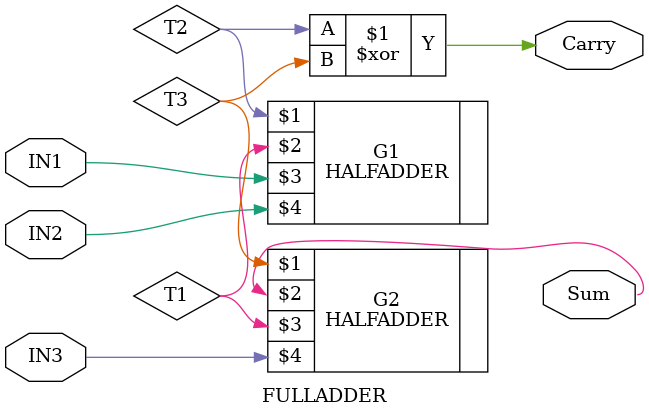
<source format=v>
module FULLADDER(Carry, Sum, IN1, IN2, IN3);
    output Carry, Sum;
    input IN1, IN2, IN3;
    wire T1, T2, T3;

    // For Sum
    HALFADDER G1(T2, T1, IN1, IN2);
    HALFADDER G2(T3, Sum, T1, IN3);

    // For Carry
    xor G3(Carry, T2, T3);

endmodule


</source>
